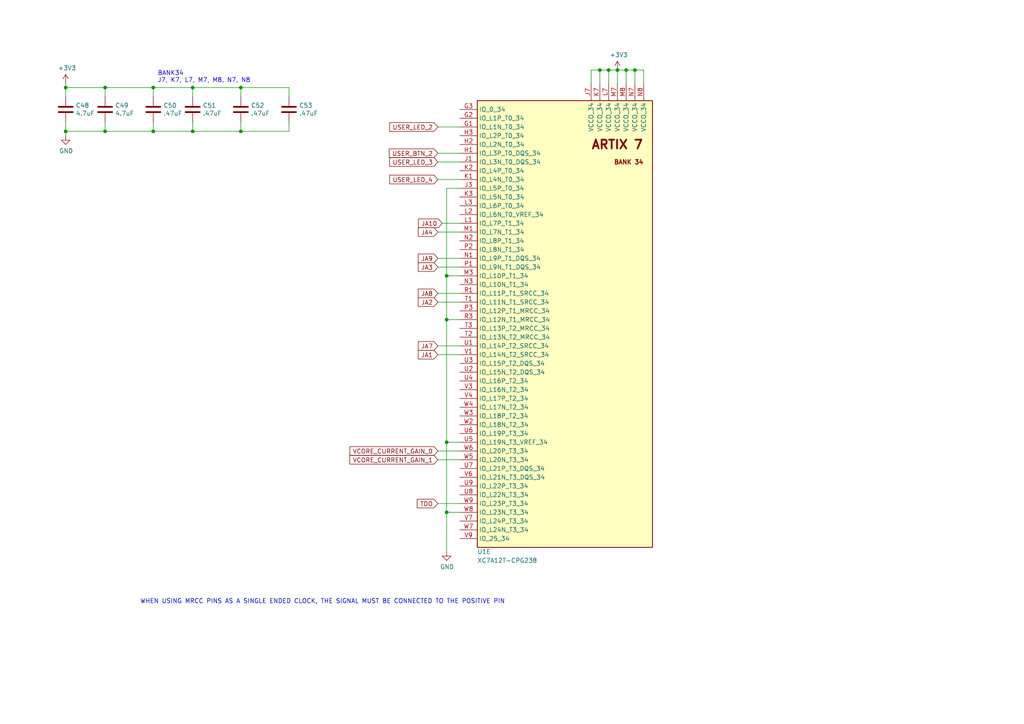
<source format=kicad_sch>
(kicad_sch (version 20211123) (generator eeschema)
  (paper "A4")
  (title_block (title "FOBOS Artix-7 a12t DUT - FPGA Part 2") (rev "1.0") (company "Cryptographic Engineering Research Group") (comment 1 "License: Apache License Version 2.0") (comment 2 "Copyright © Cryptographic Engineering Research Group") (comment 3 "Author: Jens-Peter Kaps, Eddie Ferrufino") (comment 4 "Project: FOBOS Artix-7 a12t DUT"))
  (lib_symbols
    (symbol "Device:C" (pin_numbers hide) (pin_names (offset 0.254))
      (property "Reference" "C" (at 0.635 2.54 0))
      (property "Value" "C" (at 0.635 -2.54 0))
      (symbol "C_0_1"
        (polyline (pts (xy -2.032 -0.762) (xy 2.032 -0.762)) (stroke (width 0.508)))
        (polyline (pts (xy -2.032 0.762) (xy 2.032 0.762)) (stroke (width 0.508)))
      )
      (symbol "C_1_1"
        (pin passive line (at 0 3.81 270) (length 2.794) (name "~") (number "1"))
        (pin passive line (at 0 -3.81 90) (length 2.794) (name "~") (number "2"))
      )
    )
    (symbol "cerg:XC7A12T-CPG238"
      (property "Reference" "U" (at 5.08 7.62 0))
      (property "Value" "XC7A12T-CPG238" (at 5.08 5.08 0))
      (symbol "XC7A12T-CPG238_1_0"
        (text "ARTIX 7" (at 30.48 -10.16 0) (effects (font (size 2.54 2.54) bold)))
        (text "POWER" (at 30.48 -15.24 0) (effects (font (size 1.27 1.27) bold)))
        (pin power_in line (at 0 -31.75 0) (length 5.08) (name "GND") (number "A1"))
        (pin power_in line (at 66.04 -36.83 180) (length 5.08) (name "GND") (number "A19"))
        (pin power_in line (at 66.04 -31.75 180) (length 5.08) (name "GND") (number "A3"))
        (pin power_in line (at 0 -34.29 0) (length 5.08) (name "GND") (number "A5"))
        (pin power_in line (at 66.04 -34.29 180) (length 5.08) (name "GND") (number "A7"))
        (pin power_in line (at 0 -36.83 0) (length 5.08) (name "GND") (number "A9"))
        (pin bidirectional line (at 0 -20.32 0) (length 5.08) (name "MGTAVTT") (number "B1"))
        (pin power_in line (at 0 -44.45 0) (length 5.08) (name "GND") (number "B14"))
        (pin power_in line (at 0 -39.37 0) (length 5.08) (name "GND") (number "B3"))
        (pin power_in line (at 66.04 -39.37 180) (length 5.08) (name "GND") (number "B5"))
        (pin power_in line (at 0 -41.91 0) (length 5.08) (name "GND") (number "B7"))
        (pin power_in line (at 66.04 -41.91 180) (length 5.08) (name "GND") (number "B9"))
        (pin power_in line (at 0 -7.62 0) (length 5.08) (name "MGTAVCC") (number "C1"))
        (pin power_in line (at 66.04 -49.53 180) (length 5.08) (name "GND") (number "C10"))
        (pin power_in line (at 0 -52.07 0) (length 5.08) (name "GND") (number "C19"))
        (pin power_in line (at 66.04 -44.45 180) (length 5.08) (name "GND") (number "C2"))
        (pin power_in line (at 0 -46.99 0) (length 5.08) (name "GND") (number "C3"))
        (pin power_in line (at 66.04 -46.99 180) (length 5.08) (name "GND") (number "C4"))
        (pin bidirectional line (at 0 -22.86 0) (length 5.08) (name "MGTAVTT") (number "C5"))
        (pin power_in line (at 0 -49.53 0) (length 5.08) (name "GND") (number "C6"))
        (pin power_in line (at 66.04 -52.07 180) (length 5.08) (name "GND") (number "D3"))
        (pin power_in line (at 0 -10.16 0) (length 5.08) (name "MGTAVCC") (number "E1"))
        (pin bidirectional line (at 0 -17.78 0) (length 5.08) (name "MGTAVTT") (number "E2"))
        (pin power_in line (at 0 -54.61 0) (length 5.08) (name "GND") (number "E3"))
        (pin power_in line (at 66.04 -54.61 180) (length 5.08) (name "GND") (number "F1"))
        (pin power_in line (at 0 -59.69 0) (length 5.08) (name "GND") (number "F18"))
        (pin power_in line (at 0 -57.15 0) (length 5.08) (name "GND") (number "F2"))
        (pin power_in line (at 66.04 -57.15 180) (length 5.08) (name "GND") (number "F3"))
        (pin power_in line (at 66.04 0 180) (length 5.08) (name "VCCINT") (number "G10"))
        (pin power_in line (at 0 -62.23 0) (length 5.08) (name "GND") (number "G11"))
        (pin bidirectional line (at 0 -25.4 0) (length 5.08) (name "MGTAVTT") (number "G7"))
        (pin power_in line (at 66.04 -59.69 180) (length 5.08) (name "GND") (number "G8"))
        (pin power_in line (at 0 -12.7 0) (length 5.08) (name "MGTAVCC") (number "G9"))
        (pin power_in line (at 66.04 -2.54 180) (length 5.08) (name "VCCINT") (number "H10"))
        (pin power_in line (at 66.04 -64.77 180) (length 5.08) (name "GND") (number "H11"))
        (pin power_in line (at 0 -67.31 0) (length 5.08) (name "GND") (number "H12"))
        (pin power_in line (at 0 0 0) (length 5.08) (name "VCCAUX") (number "H13"))
        (pin power_in line (at 66.04 -62.23 180) (length 5.08) (name "GND") (number "H7"))
        (pin power_in line (at 0 -64.77 0) (length 5.08) (name "GND") (number "H8"))
        (pin power_in line (at 0 -15.24 0) (length 5.08) (name "MGTAVCC") (number "H9"))
        (pin power_in line (at 66.04 -5.08 180) (length 5.08) (name "VCCINT") (number "J10"))
        (pin power_in line (at 0 -72.39 0) (length 5.08) (name "GND") (number "J11"))
        (pin power_in line (at 66.04 -72.39 180) (length 5.08) (name "GND") (number "J12"))
        (pin power_in line (at 0 -2.54 0) (length 5.08) (name "VCCAUX") (number "J13"))
        (pin power_in line (at 0 -74.93 0) (length 5.08) (name "GND") (number "J18"))
        (pin power_in line (at 66.04 -67.31 180) (length 5.08) (name "GND") (number "J2"))
        (pin power_in line (at 0 -69.85 0) (length 5.08) (name "GND") (number "J8"))
        (pin power_in line (at 66.04 -69.85 180) (length 5.08) (name "GND") (number "J9"))
        (pin power_in line (at 66.04 -74.93 180) (length 5.08) (name "GND") (number "K8"))
        (pin power_in line (at 66.04 -7.62 180) (length 5.08) (name "VCCINT") (number "L10"))
        (pin power_in line (at 0 -80.01 0) (length 5.08) (name "GND") (number "L11"))
        (pin power_in line (at 0 -77.47 0) (length 5.08) (name "GND") (number "L8"))
        (pin power_in line (at 66.04 -77.47 180) (length 5.08) (name "GND") (number "L9"))
        (pin power_in line (at 66.04 -10.16 180) (length 5.08) (name "VCCINT") (number "M10"))
        (pin power_in line (at 66.04 -19.05 180) (length 5.08) (name "VCCBRAM") (number "M11"))
        (pin power_in line (at 66.04 -82.55 180) (length 5.08) (name "GND") (number "M18"))
        (pin power_in line (at 66.04 -80.01 180) (length 5.08) (name "GND") (number "M2"))
        (pin power_in line (at 0 -82.55 0) (length 5.08) (name "GND") (number "M9"))
        (pin power_in line (at 66.04 -12.7 180) (length 5.08) (name "VCCINT") (number "N10"))
        (pin power_in line (at 66.04 -16.51 180) (length 5.08) (name "VCCBRAM") (number "N11"))
        (pin power_in line (at 66.04 -85.09 180) (length 5.08) (name "GND") (number "N12"))
        (pin power_in line (at 0 -85.09 0) (length 5.08) (name "GND") (number "N9"))
        (pin power_in line (at 66.04 -87.63 180) (length 5.08) (name "GND") (number "R18"))
        (pin power_in line (at 0 -87.63 0) (length 5.08) (name "GND") (number "R2"))
        (pin power_in line (at 66.04 -92.71 180) (length 5.08) (name "GND") (number "V12"))
        (pin power_in line (at 0 -95.25 0) (length 5.08) (name "GND") (number "V15"))
        (pin power_in line (at 66.04 -95.25 180) (length 5.08) (name "GND") (number "V18"))
        (pin power_in line (at 0 -90.17 0) (length 5.08) (name "GND") (number "V2"))
        (pin power_in line (at 66.04 -90.17 180) (length 5.08) (name "GND") (number "V5"))
        (pin power_in line (at 0 -92.71 0) (length 5.08) (name "GND") (number "V8"))
        (pin power_in line (at 0 -97.79 0) (length 5.08) (name "GND") (number "W1"))
        (pin power_in line (at 66.04 -97.79 180) (length 5.08) (name "GND") (number "W19"))
      )
      (symbol "XC7A12T-CPG238_1_1"
        (rectangle (start 5.08 -100.33) (end 60.96 2.54) (stroke (width 0.254)) (fill (type background)))
      )
      (symbol "XC7A12T-CPG238_2_0"
        (text "ARTIX 7" (at 53.34 -10.16 0) (effects (font (size 2.54 2.54) bold) (justify right)))
        (text "BANK 0" (at 53.34 -15.24 0) (effects (font (size 1.27 1.27) bold) (justify right)))
        (pin bidirectional line (at 0 -50.8 0) (length 5.08) (name "DXP_0") (number "A11"))
        (pin bidirectional line (at 0 -40.64 0) (length 5.08) (name "VP_0") (number "A12"))
        (pin bidirectional line (at 0 -43.18 0) (length 5.08) (name "VREFN_0") (number "A13"))
        (pin bidirectional line (at 0 -48.26 0) (length 5.08) (name "DXN_0") (number "B11"))
        (pin bidirectional line (at 0 -45.72 0) (length 5.08) (name "VREFP_0") (number "B12"))
        (pin bidirectional line (at 0 -38.1 0) (length 5.08) (name "VN_0") (number "B13"))
        (pin bidirectional line (at 0 -2.54 0) (length 5.08) (name "CCLK_0") (number "C11"))
        (pin power_in line (at 45.72 -57.15 90) (length 5.08) (name "GNDADC_0") (number "C12"))
        (pin power_in line (at 45.72 7.62 270) (length 5.08) (name "VCCADC_0") (number "C13"))
        (pin bidirectional line (at 0 -27.94 0) (length 5.08) (name "TCK_0") (number "C8"))
        (pin power_in line (at 48.26 7.62 270) (length 5.08) (name "VCCBATT_0") (number "C9"))
        (pin power_in line (at 50.8 7.62 270) (length 5.08) (name "VCCO_0") (number "G12"))
        (pin bidirectional line (at 0 -12.7 0) (length 5.08) (name "PROGRAM_B_0") (number "U10"))
        (pin bidirectional line (at 0 -7.62 0) (length 5.08) (name "DONE_0") (number "U11"))
        (pin bidirectional line (at 0 -5.08 0) (length 5.08) (name "CFGBVS_0") (number "U12"))
        (pin bidirectional line (at 0 -22.86 0) (length 5.08) (name "M2_0") (number "U13"))
        (pin bidirectional line (at 0 -33.02 0) (length 5.08) (name "TDO_0") (number "V10"))
        (pin power_in line (at 53.34 7.62 270) (length 5.08) (name "VCCO_0") (number "V11"))
        (pin bidirectional line (at 0 -17.78 0) (length 5.08) (name "M0_0") (number "V13"))
        (pin bidirectional line (at 0 -35.56 0) (length 5.08) (name "TMS_0") (number "W10"))
        (pin bidirectional line (at 0 -30.48 0) (length 5.08) (name "TDI_0") (number "W11"))
        (pin bidirectional line (at 0 -10.16 0) (length 5.08) (name "INIT_B_0") (number "W12"))
        (pin bidirectional line (at 0 -20.32 0) (length 5.08) (name "M1_0") (number "W13"))
      )
      (symbol "XC7A12T-CPG238_2_1"
        (rectangle (start 5.08 -52.07) (end 55.88 2.54) (stroke (width 0.254)) (fill (type background)))
      )
      (symbol "XC7A12T-CPG238_3_0"
        (rectangle (start 5.08 2.54) (end 55.88 -127) (stroke (width 0.254)) (fill (type background)))
        (text "ARTIX 7" (at 53.34 -10.16 0) (effects (font (size 2.54 2.54) bold) (justify right)))
        (text "BANK 14" (at 53.34 -15.24 0) (effects (font (size 1.27 1.27) bold) (justify right)))
        (pin bidirectional line (at 0 0 0) (length 5.08) (name "IO_0_14") (number "D17"))
        (pin bidirectional line (at 0 -2.54 0) (length 5.08) (name "IO_L1P_T0_D00_MOSI_14") (number "D18"))
        (pin bidirectional line (at 0 -5.08 0) (length 5.08) (name "IO_L1N_T0_D01_DIN_14") (number "D19"))
        (pin bidirectional line (at 0 -12.7 0) (length 5.08) (name "IO_L3P_T0_DQS_PUDC_B_14") (number "E17"))
        (pin bidirectional line (at 0 -15.24 0) (length 5.08) (name "IO_L3N_T0_DQS_EMCCLK_14") (number "E18"))
        (pin bidirectional line (at 0 -7.62 0) (length 5.08) (name "IO_L2P_T0_D02_14") (number "E19"))
        (pin bidirectional line (at 0 -22.86 0) (length 5.08) (name "IO_L5P_T0_D06_14") (number "F17"))
        (pin bidirectional line (at 0 -10.16 0) (length 5.08) (name "IO_L2N_T0_D03_14") (number "F19"))
        (pin bidirectional line (at 0 -25.4 0) (length 5.08) (name "IO_L5N_T0_D07_14") (number "G17"))
        (pin bidirectional line (at 0 -17.78 0) (length 5.08) (name "IO_L4P_T0_D04_14") (number "G18"))
        (pin bidirectional line (at 0 -27.94 0) (length 5.08) (name "IO_L6P_T0_FCS_B_14") (number "G19"))
        (pin bidirectional line (at 0 -33.02 0) (length 5.08) (name "IO_L7P_T1_D09_14") (number "H17"))
        (pin bidirectional line (at 0 -20.32 0) (length 5.08) (name "IO_L4N_T0_D05_14") (number "H18"))
        (pin bidirectional line (at 0 -30.48 0) (length 5.08) (name "IO_L6N_T0_D08_VREF_14") (number "H19"))
        (pin bidirectional line (at 0 -35.56 0) (length 5.08) (name "IO_L7N_T1_D10_14") (number "J17"))
        (pin bidirectional line (at 0 -38.1 0) (length 5.08) (name "IO_L8P_T1_D11_14") (number "J19"))
        (pin power_in line (at 38.1 7.62 270) (length 5.08) (name "VCCO_14") (number "K12"))
        (pin power_in line (at 40.64 7.62 270) (length 5.08) (name "VCCO_14") (number "K13"))
        (pin bidirectional line (at 0 -58.42 0) (length 5.08) (name "IO_L12P_T1_MRCC_14") (number "K17"))
        (pin bidirectional line (at 0 -53.34 0) (length 5.08) (name "IO_L11P_T1_SRCC_14") (number "K18"))
        (pin bidirectional line (at 0 -40.64 0) (length 5.08) (name "IO_L8N_T1_D12_14") (number "K19"))
        (pin power_in line (at 43.18 7.62 270) (length 5.08) (name "VCCO_14") (number "L12"))
        (pin power_in line (at 45.72 7.62 270) (length 5.08) (name "VCCO_14") (number "L13"))
        (pin bidirectional line (at 0 -60.96 0) (length 5.08) (name "IO_L12N_T1_MRCC_14") (number "L17"))
        (pin bidirectional line (at 0 -55.88 0) (length 5.08) (name "IO_L11N_T1_SRCC_14") (number "L18"))
        (pin bidirectional line (at 0 -43.18 0) (length 5.08) (name "IO_L9P_T1_DQS_14") (number "L19"))
        (pin power_in line (at 48.26 7.62 270) (length 5.08) (name "VCCO_14") (number "M12"))
        (pin power_in line (at 50.8 7.62 270) (length 5.08) (name "VCCO_14") (number "M13"))
        (pin bidirectional line (at 0 -48.26 0) (length 5.08) (name "IO_L10P_T1_D14_14") (number "M17"))
        (pin bidirectional line (at 0 -45.72 0) (length 5.08) (name "IO_L9N_T1_DQS_D13_14") (number "M19"))
        (pin power_in line (at 53.34 7.62 270) (length 5.08) (name "VCCO_14") (number "N13"))
        (pin bidirectional line (at 0 -68.58 0) (length 5.08) (name "IO_L14P_T2_SRCC_14") (number "N17"))
        (pin bidirectional line (at 0 -50.8 0) (length 5.08) (name "IO_L10N_T1_D15_14") (number "N18"))
        (pin bidirectional line (at 0 -63.5 0) (length 5.08) (name "IO_L13P_T2_MRCC_14") (number "N19"))
        (pin bidirectional line (at 0 -83.82 0) (length 5.08) (name "IO_L17P_T2_A14_D30_14") (number "P17"))
        (pin bidirectional line (at 0 -71.12 0) (length 5.08) (name "IO_L14N_T2_SRCC_14") (number "P18"))
        (pin bidirectional line (at 0 -66.04 0) (length 5.08) (name "IO_L13N_T2_MRCC_14") (number "P19"))
        (pin bidirectional line (at 0 -86.36 0) (length 5.08) (name "IO_L17N_T2_A13_D29_14") (number "R17"))
        (pin bidirectional line (at 0 -73.66 0) (length 5.08) (name "IO_L15P_T2_DQS_RDWR_B_14") (number "R19"))
        (pin bidirectional line (at 0 -88.9 0) (length 5.08) (name "IO_L18P_T2_A12_D28_14") (number "T17"))
        (pin bidirectional line (at 0 -91.44 0) (length 5.08) (name "IO_L18N_T2_A11_D27_14") (number "T18"))
        (pin bidirectional line (at 0 -76.2 0) (length 5.08) (name "IO_L15N_T2_DQS_DOUT_CSO_B_14") (number "T19"))
        (pin bidirectional line (at 0 -124.46 0) (length 5.08) (name "IO_25_14") (number "U14"))
        (pin bidirectional line (at 0 -109.22 0) (length 5.08) (name "IO_L22P_T3_A05_D21_14") (number "U15"))
        (pin bidirectional line (at 0 -111.76 0) (length 5.08) (name "IO_L22N_T3_A04_D20_14") (number "U16"))
        (pin bidirectional line (at 0 -93.98 0) (length 5.08) (name "IO_L19P_T3_A10_D26_14") (number "U17"))
        (pin bidirectional line (at 0 -96.52 0) (length 5.08) (name "IO_L19N_T3_A09_D25_VREF_14") (number "U18"))
        (pin bidirectional line (at 0 -78.74 0) (length 5.08) (name "IO_L16P_T2_CSI_B_14") (number "U19"))
        (pin bidirectional line (at 0 -114.3 0) (length 5.08) (name "IO_L23P_T3_A03_D19_14") (number "V14"))
        (pin bidirectional line (at 0 -104.14 0) (length 5.08) (name "IO_L21P_T3_DQS_14") (number "V16"))
        (pin bidirectional line (at 0 -106.68 0) (length 5.08) (name "IO_L21N_T3_DQS_A06_D22_14") (number "V17"))
        (pin bidirectional line (at 0 -81.28 0) (length 5.08) (name "IO_L16N_T2_A15_D31_14") (number "V19"))
        (pin bidirectional line (at 0 -116.84 0) (length 5.08) (name "IO_L23N_T3_A02_D18_14") (number "W14"))
        (pin bidirectional line (at 0 -119.38 0) (length 5.08) (name "IO_L24P_T3_A01_D17_14") (number "W15"))
        (pin bidirectional line (at 0 -121.92 0) (length 5.08) (name "IO_L24N_T3_A00_D16_14") (number "W16"))
        (pin bidirectional line (at 0 -99.06 0) (length 5.08) (name "IO_L20P_T3_A08_D24_14") (number "W17"))
        (pin bidirectional line (at 0 -101.6 0) (length 5.08) (name "IO_L20N_T3_A07_D23_14") (number "W18"))
      )
      (symbol "XC7A12T-CPG238_4_0"
        (rectangle (start 5.08 2.54) (end 55.88 -30.48) (stroke (width 0.254)) (fill (type background)))
        (text "ARTIX 7" (at 53.34 -10.16 0) (effects (font (size 2.54 2.54) bold) (justify right)))
        (text "BANK 15" (at 53.34 -15.24 0) (effects (font (size 1.27 1.27) bold) (justify right)))
        (pin bidirectional line (at 0 -2.54 0) (length 5.08) (name "IO_L10P_T1_AD4P_15") (number "A14"))
        (pin bidirectional line (at 0 -5.08 0) (length 5.08) (name "IO_L10N_T1_AD4N_15") (number "A15"))
        (pin bidirectional line (at 0 -10.16 0) (length 5.08) (name "IO_L11N_T1_SRCC_AD12N_15") (number "A16"))
        (pin bidirectional line (at 0 0 0) (length 5.08) (name "IO_L6N_T0_VREF_15") (number "A17"))
        (pin bidirectional line (at 0 -25.4 0) (length 5.08) (name "IO_L14N_T2_SRCC_15") (number "A18"))
        (pin bidirectional line (at 0 -15.24 0) (length 5.08) (name "IO_L12N_T1_MRCC_AD5N_15") (number "B15"))
        (pin bidirectional line (at 0 -7.62 0) (length 5.08) (name "IO_L11P_T1_SRCC_AD12P_15") (number "B16"))
        (pin bidirectional line (at 0 -20.32 0) (length 5.08) (name "IO_L13N_T2_MRCC_15") (number "B17"))
        (pin bidirectional line (at 0 -22.86 0) (length 5.08) (name "IO_L14P_T2_SRCC_15") (number "B18"))
        (pin power_in line (at 45.72 7.62 270) (length 5.08) (name "VCCO_15") (number "B19"))
        (pin power_in line (at 48.26 7.62 270) (length 5.08) (name "VCCO_15") (number "C14"))
        (pin bidirectional line (at 0 -12.7 0) (length 5.08) (name "IO_L12P_T1_MRCC_AD5P_15") (number "C15"))
        (pin bidirectional line (at 0 -17.78 0) (length 5.08) (name "IO_L13P_T2_MRCC_15") (number "C16"))
        (pin bidirectional line (at 0 -27.94 0) (length 5.08) (name "IO_L19N_T3_A21_VREF_15") (number "C17"))
        (pin power_in line (at 50.8 7.62 270) (length 5.08) (name "VCCO_15") (number "C18"))
        (pin power_in line (at 53.34 7.62 270) (length 5.08) (name "VCCO_15") (number "G13"))
      )
      (symbol "XC7A12T-CPG238_5_0"
        (rectangle (start 5.08 2.54) (end 55.88 -127) (stroke (width 0.254)) (fill (type background)))
        (text "ARTIX 7" (at 53.34 -10.16 0) (effects (font (size 2.54 2.54) bold) (justify right)))
        (text "BANK 34" (at 53.34 -15.24 0) (effects (font (size 1.27 1.27) bold) (justify right)))
        (pin bidirectional line (at 0 -5.08 0) (length 5.08) (name "IO_L1N_T0_34") (number "G1"))
        (pin bidirectional line (at 0 -2.54 0) (length 5.08) (name "IO_L1P_T0_34") (number "G2"))
        (pin bidirectional line (at 0 0 0) (length 5.08) (name "IO_0_34") (number "G3"))
        (pin bidirectional line (at 0 -12.7 0) (length 5.08) (name "IO_L3P_T0_DQS_34") (number "H1"))
        (pin bidirectional line (at 0 -10.16 0) (length 5.08) (name "IO_L2N_T0_34") (number "H2"))
        (pin bidirectional line (at 0 -7.62 0) (length 5.08) (name "IO_L2P_T0_34") (number "H3"))
        (pin bidirectional line (at 0 -15.24 0) (length 5.08) (name "IO_L3N_T0_DQS_34") (number "J1"))
        (pin bidirectional line (at 0 -22.86 0) (length 5.08) (name "IO_L5P_T0_34") (number "J3"))
        (pin power_in line (at 38.1 7.62 270) (length 5.08) (name "VCCO_34") (number "J7"))
        (pin bidirectional line (at 0 -20.32 0) (length 5.08) (name "IO_L4N_T0_34") (number "K1"))
        (pin bidirectional line (at 0 -17.78 0) (length 5.08) (name "IO_L4P_T0_34") (number "K2"))
        (pin bidirectional line (at 0 -25.4 0) (length 5.08) (name "IO_L5N_T0_34") (number "K3"))
        (pin power_in line (at 40.64 7.62 270) (length 5.08) (name "VCCO_34") (number "K7"))
        (pin bidirectional line (at 0 -33.02 0) (length 5.08) (name "IO_L7P_T1_34") (number "L1"))
        (pin bidirectional line (at 0 -30.48 0) (length 5.08) (name "IO_L6N_T0_VREF_34") (number "L2"))
        (pin bidirectional line (at 0 -27.94 0) (length 5.08) (name "IO_L6P_T0_34") (number "L3"))
        (pin power_in line (at 43.18 7.62 270) (length 5.08) (name "VCCO_34") (number "L7"))
        (pin bidirectional line (at 0 -35.56 0) (length 5.08) (name "IO_L7N_T1_34") (number "M1"))
        (pin bidirectional line (at 0 -48.26 0) (length 5.08) (name "IO_L10P_T1_34") (number "M3"))
        (pin power_in line (at 45.72 7.62 270) (length 5.08) (name "VCCO_34") (number "M7"))
        (pin power_in line (at 48.26 7.62 270) (length 5.08) (name "VCCO_34") (number "M8"))
        (pin bidirectional line (at 0 -43.18 0) (length 5.08) (name "IO_L9P_T1_DQS_34") (number "N1"))
        (pin bidirectional line (at 0 -38.1 0) (length 5.08) (name "IO_L8P_T1_34") (number "N2"))
        (pin bidirectional line (at 0 -50.8 0) (length 5.08) (name "IO_L10N_T1_34") (number "N3"))
        (pin power_in line (at 50.8 7.62 270) (length 5.08) (name "VCCO_34") (number "N7"))
        (pin power_in line (at 53.34 7.62 270) (length 5.08) (name "VCCO_34") (number "N8"))
        (pin bidirectional line (at 0 -45.72 0) (length 5.08) (name "IO_L9N_T1_DQS_34") (number "P1"))
        (pin bidirectional line (at 0 -40.64 0) (length 5.08) (name "IO_L8N_T1_34") (number "P2"))
        (pin bidirectional line (at 0 -58.42 0) (length 5.08) (name "IO_L12P_T1_MRCC_34") (number "P3"))
        (pin bidirectional line (at 0 -53.34 0) (length 5.08) (name "IO_L11P_T1_SRCC_34") (number "R1"))
        (pin bidirectional line (at 0 -60.96 0) (length 5.08) (name "IO_L12N_T1_MRCC_34") (number "R3"))
        (pin bidirectional line (at 0 -55.88 0) (length 5.08) (name "IO_L11N_T1_SRCC_34") (number "T1"))
        (pin bidirectional line (at 0 -66.04 0) (length 5.08) (name "IO_L13N_T2_MRCC_34") (number "T2"))
        (pin bidirectional line (at 0 -63.5 0) (length 5.08) (name "IO_L13P_T2_MRCC_34") (number "T3"))
        (pin bidirectional line (at 0 -68.58 0) (length 5.08) (name "IO_L14P_T2_SRCC_34") (number "U1"))
        (pin bidirectional line (at 0 -76.2 0) (length 5.08) (name "IO_L15N_T2_DQS_34") (number "U2"))
        (pin bidirectional line (at 0 -73.66 0) (length 5.08) (name "IO_L15P_T2_DQS_34") (number "U3"))
        (pin bidirectional line (at 0 -78.74 0) (length 5.08) (name "IO_L16P_T2_34") (number "U4"))
        (pin bidirectional line (at 0 -96.52 0) (length 5.08) (name "IO_L19N_T3_VREF_34") (number "U5"))
        (pin bidirectional line (at 0 -93.98 0) (length 5.08) (name "IO_L19P_T3_34") (number "U6"))
        (pin bidirectional line (at 0 -104.14 0) (length 5.08) (name "IO_L21P_T3_DQS_34") (number "U7"))
        (pin bidirectional line (at 0 -111.76 0) (length 5.08) (name "IO_L22N_T3_34") (number "U8"))
        (pin bidirectional line (at 0 -109.22 0) (length 5.08) (name "IO_L22P_T3_34") (number "U9"))
        (pin bidirectional line (at 0 -71.12 0) (length 5.08) (name "IO_L14N_T2_SRCC_34") (number "V1"))
        (pin bidirectional line (at 0 -81.28 0) (length 5.08) (name "IO_L16N_T2_34") (number "V3"))
        (pin bidirectional line (at 0 -83.82 0) (length 5.08) (name "IO_L17P_T2_34") (number "V4"))
        (pin bidirectional line (at 0 -106.68 0) (length 5.08) (name "IO_L21N_T3_DQS_34") (number "V6"))
        (pin bidirectional line (at 0 -119.38 0) (length 5.08) (name "IO_L24P_T3_34") (number "V7"))
        (pin bidirectional line (at 0 -124.46 0) (length 5.08) (name "IO_25_34") (number "V9"))
        (pin bidirectional line (at 0 -91.44 0) (length 5.08) (name "IO_L18N_T2_34") (number "W2"))
        (pin bidirectional line (at 0 -88.9 0) (length 5.08) (name "IO_L18P_T2_34") (number "W3"))
        (pin bidirectional line (at 0 -86.36 0) (length 5.08) (name "IO_L17N_T2_34") (number "W4"))
        (pin bidirectional line (at 0 -101.6 0) (length 5.08) (name "IO_L20N_T3_34") (number "W5"))
        (pin bidirectional line (at 0 -99.06 0) (length 5.08) (name "IO_L20P_T3_34") (number "W6"))
        (pin bidirectional line (at 0 -121.92 0) (length 5.08) (name "IO_L24N_T3_34") (number "W7"))
        (pin bidirectional line (at 0 -116.84 0) (length 5.08) (name "IO_L23N_T3_34") (number "W8"))
        (pin bidirectional line (at 0 -114.3 0) (length 5.08) (name "IO_L23P_T3_34") (number "W9"))
      )
      (symbol "XC7A12T-CPG238_6_0"
        (rectangle (start 5.08 2.54) (end 55.88 -33.02) (stroke (width 0.254)) (fill (type background)))
        (text "ARTIX 7" (at 53.34 -10.16 0) (effects (font (size 2.54 2.54) bold) (justify right)))
        (text "BANK 216" (at 53.34 -15.24 0) (effects (font (size 1.27 1.27) bold) (justify right)))
        (pin bidirectional line (at 0 -25.4 0) (length 5.08) (name "MGTREFCLK1N_216") (number "A10"))
        (pin bidirectional line (at 0 -12.7 0) (length 5.08) (name "MGTPTXN1_216") (number "A2"))
        (pin bidirectional line (at 0 0 0) (length 5.08) (name "MGTPRXN0_216") (number "A4"))
        (pin bidirectional line (at 0 -2.54 0) (length 5.08) (name "MGTPRXN1_216") (number "A6"))
        (pin bidirectional line (at 0 -20.32 0) (length 5.08) (name "MGTREFCLK0N_216") (number "A8"))
        (pin bidirectional line (at 0 -27.94 0) (length 5.08) (name "MGTREFCLK1P_216") (number "B10"))
        (pin bidirectional line (at 0 -17.78 0) (length 5.08) (name "MGTPTXP1_216") (number "B2"))
        (pin bidirectional line (at 0 -5.08 0) (length 5.08) (name "MGTPRXP0_216") (number "B4"))
        (pin bidirectional line (at 0 -7.62 0) (length 5.08) (name "MGTPRXP1_216") (number "B6"))
        (pin bidirectional line (at 0 -22.86 0) (length 5.08) (name "MGTREFCLK0P_216") (number "B8"))
        (pin bidirectional line (at 0 -30.48 0) (length 5.08) (name "MGTRREF_216") (number "C7"))
        (pin bidirectional line (at 0 -10.16 0) (length 5.08) (name "MGTPTXN0_216") (number "D1"))
        (pin bidirectional line (at 0 -15.24 0) (length 5.08) (name "MGTPTXP0_216") (number "D2"))
      )
    )
    (symbol "power:+3V3" (power) (pin_names (offset 0))
      (property "Value" "+3V3" (at 0 3.556 0))
      (symbol "+3V3_0_1"
        (polyline (pts (xy -0.762 1.27) (xy 0 2.54)))
        (polyline (pts (xy 0 0) (xy 0 2.54)))
        (polyline (pts (xy 0 2.54) (xy 0.762 1.27)))
      )
      (symbol "+3V3_1_1"
        (pin power_in line (at 0 0 90) (length 0) hide (name "+3V3") (number "1"))
      )
    )
    (symbol "power:GND" (power) (pin_names (offset 0))
      (property "Value" "GND" (at 0 -3.81 0))
      (symbol "GND_0_1"
        (polyline (pts (xy 0 0) (xy 0 -1.27) (xy 1.27 -1.27) (xy 0 -2.54) (xy -1.27 -1.27) (xy 0 -1.27)))
      )
      (symbol "GND_1_1"
        (pin power_in line (at 0 0 270) (length 0) hide (name "GND") (number "1"))
      )
    )
  )
  (junction (at 44.45 38.1))
  (junction (at 176.53 20.32))
  (junction (at 173.99 20.32))
  (junction (at 179.07 20.32))
  (junction (at 129.54 92.71))
  (junction (at 181.61 20.32))
  (junction (at 129.54 148.59))
  (junction (at 30.48 25.4))
  (junction (at 19.05 38.1))
  (junction (at 44.45 25.4))
  (junction (at 184.15 20.32))
  (junction (at 30.48 38.1))
  (junction (at 55.88 38.1))
  (junction (at 19.05 25.4))
  (junction (at 69.85 38.1))
  (junction (at 129.54 128.27))
  (junction (at 129.54 80.01))
  (junction (at 55.88 25.4))
  (junction (at 69.85 25.4))
  (wire (pts (xy 133.35 80.01) (xy 129.54 80.01)))
  (wire (pts (xy 128.27 64.77) (xy 133.35 64.77)))
  (wire (pts (xy 133.35 87.63) (xy 127 87.63)))
  (wire (pts (xy 127 130.81) (xy 133.35 130.81)))
  (wire (pts (xy 127 85.09) (xy 133.35 85.09)))
  (wire (pts (xy 173.99 24.13) (xy 173.99 20.32)))
  (wire (pts (xy 19.05 39.37) (xy 19.05 38.1)))
  (wire (pts (xy 30.48 35.56) (xy 30.48 38.1)))
  (wire (pts (xy 186.69 20.32) (xy 184.15 20.32)))
  (wire (pts (xy 83.82 25.4) (xy 69.85 25.4)))
  (wire (pts (xy 30.48 38.1) (xy 19.05 38.1)))
  (wire (pts (xy 133.35 146.05) (xy 127 146.05)))
  (wire (pts (xy 69.85 38.1) (xy 55.88 38.1)))
  (wire (pts (xy 44.45 38.1) (xy 30.48 38.1)))
  (wire (pts (xy 186.69 24.13) (xy 186.69 20.32)))
  (wire (pts (xy 171.45 24.13) (xy 171.45 20.32)))
  (wire (pts (xy 19.05 38.1) (xy 19.05 35.56)))
  (wire (pts (xy 129.54 92.71) (xy 129.54 128.27)))
  (wire (pts (xy 173.99 20.32) (xy 176.53 20.32)))
  (wire (pts (xy 127 102.87) (xy 133.35 102.87)))
  (wire (pts (xy 69.85 25.4) (xy 55.88 25.4)))
  (wire (pts (xy 133.35 148.59) (xy 129.54 148.59)))
  (wire (pts (xy 44.45 27.94) (xy 44.45 25.4)))
  (wire (pts (xy 184.15 20.32) (xy 181.61 20.32)))
  (wire (pts (xy 55.88 25.4) (xy 44.45 25.4)))
  (wire (pts (xy 44.45 25.4) (xy 30.48 25.4)))
  (wire (pts (xy 55.88 35.56) (xy 55.88 38.1)))
  (wire (pts (xy 133.35 36.83) (xy 127 36.83)))
  (wire (pts (xy 44.45 35.56) (xy 44.45 38.1)))
  (wire (pts (xy 55.88 27.94) (xy 55.88 25.4)))
  (wire (pts (xy 129.54 148.59) (xy 129.54 160.02)))
  (wire (pts (xy 129.54 80.01) (xy 129.54 92.71)))
  (wire (pts (xy 127 77.47) (xy 133.35 77.47)))
  (wire (pts (xy 129.54 128.27) (xy 129.54 148.59)))
  (wire (pts (xy 133.35 54.61) (xy 129.54 54.61)))
  (wire (pts (xy 171.45 20.32) (xy 173.99 20.32)))
  (wire (pts (xy 83.82 38.1) (xy 69.85 38.1)))
  (wire (pts (xy 179.07 20.32) (xy 179.07 24.13)))
  (wire (pts (xy 19.05 25.4) (xy 19.05 27.94)))
  (wire (pts (xy 30.48 25.4) (xy 19.05 25.4)))
  (wire (pts (xy 181.61 24.13) (xy 181.61 20.32)))
  (wire (pts (xy 133.35 128.27) (xy 129.54 128.27)))
  (wire (pts (xy 69.85 35.56) (xy 69.85 38.1)))
  (wire (pts (xy 181.61 20.32) (xy 179.07 20.32)))
  (wire (pts (xy 83.82 27.94) (xy 83.82 25.4)))
  (wire (pts (xy 19.05 24.13) (xy 19.05 25.4)))
  (wire (pts (xy 30.48 27.94) (xy 30.48 25.4)))
  (wire (pts (xy 127 74.93) (xy 133.35 74.93)))
  (wire (pts (xy 127 133.35) (xy 133.35 133.35)))
  (wire (pts (xy 83.82 35.56) (xy 83.82 38.1)))
  (wire (pts (xy 69.85 27.94) (xy 69.85 25.4)))
  (wire (pts (xy 133.35 92.71) (xy 129.54 92.71)))
  (wire (pts (xy 184.15 24.13) (xy 184.15 20.32)))
  (wire (pts (xy 133.35 46.99) (xy 127 46.99)))
  (wire (pts (xy 55.88 38.1) (xy 44.45 38.1)))
  (wire (pts (xy 133.35 52.07) (xy 127 52.07)))
  (wire (pts (xy 176.53 24.13) (xy 176.53 20.32)))
  (wire (pts (xy 133.35 100.33) (xy 127 100.33)))
  (wire (pts (xy 176.53 20.32) (xy 179.07 20.32)))
  (wire (pts (xy 127 67.31) (xy 133.35 67.31)))
  (wire (pts (xy 129.54 54.61) (xy 129.54 80.01)))
  (wire (pts (xy 133.35 44.45) (xy 127 44.45)))
  (text "BANK34\nJ7, K7, L7, M7, M8, N7, N8" (at 45.72 24.13 0) (effects (font (size 1.27 1.27)) (justify left bottom)))
  (text "WHEN USING MRCC PINS AS A SINGLE ENDED CLOCK, THE SIGNAL MUST BE CONNECTED TO THE POSITIVE PIN" (at 40.64 175.26 0) (effects (font (size 1.27 1.27)) (justify left bottom)))
  (global_label "JA3" (shape input) (at 127 77.47 180) (property "Intersheet References" "${INTERSHEET_REFS}" (effects hide)))
  (global_label "TDO" (shape input) (at 127 146.05 180) (property "Intersheet References" "${INTERSHEET_REFS}" (effects hide)))
  (global_label "JA4" (shape input) (at 127 67.31 180) (property "Intersheet References" "${INTERSHEET_REFS}" (effects hide)))
  (global_label "USER_LED_4" (shape input) (at 127 52.07 180) (property "Intersheet References" "${INTERSHEET_REFS}" (effects hide)))
  (global_label "JA9" (shape input) (at 127 74.93 180) (property "Intersheet References" "${INTERSHEET_REFS}" (effects hide)))
  (global_label "JA8" (shape input) (at 127 85.09 180) (property "Intersheet References" "${INTERSHEET_REFS}" (effects hide)))
  (global_label "USER_LED_2" (shape input) (at 127 36.83 180) (property "Intersheet References" "${INTERSHEET_REFS}" (effects hide)))
  (global_label "JA2" (shape input) (at 127 87.63 180) (property "Intersheet References" "${INTERSHEET_REFS}" (effects hide)))
  (global_label "JA7" (shape input) (at 127 100.33 180) (property "Intersheet References" "${INTERSHEET_REFS}" (effects hide)))
  (global_label "USER_BTN_2" (shape input) (at 127 44.45 180) (property "Intersheet References" "${INTERSHEET_REFS}" (effects hide)))
  (global_label "VCORE_CURRENT_GAIN_0" (shape input) (at 127 130.81 180) (property "Intersheet References" "${INTERSHEET_REFS}" (effects hide)))
  (global_label "USER_LED_3" (shape input) (at 127 46.99 180) (property "Intersheet References" "${INTERSHEET_REFS}" (effects hide)))
  (global_label "VCORE_CURRENT_GAIN_1" (shape input) (at 127 133.35 180) (property "Intersheet References" "${INTERSHEET_REFS}" (effects hide)))
  (global_label "JA10" (shape input) (at 128.27 64.77 180) (property "Intersheet References" "${INTERSHEET_REFS}" (effects hide)))
  (global_label "JA1" (shape input) (at 127 102.87 180) (property "Intersheet References" "${INTERSHEET_REFS}" (effects hide)))
  (symbol (lib_id "power:+3V3") (at 179.07 20.32 0) (unit 1)
    (property "Reference" "#PWR0149" (effects hide))
    (property "Value" "+3V3" (at 179.451 15.9258 0))
  )
  (symbol (lib_id "cerg:XC7A12T-CPG238") (at 133.35 31.75 0) (unit 5)
    (property "Reference" "U1" (at 138.43 160.02 0) (effects (justify left)))
    (property "Value" "XC7A12T-CPG238" (at 138.43 162.56 0) (effects (justify left)))
    (property "Footprint" "Package_BGA:Xilinx_CPG238" (effects hide))
  )
  (symbol (lib_id "Device:C") (at 19.05 31.75 0) (unit 1)
    (property "Reference" "C48" (at 21.971 30.5816 0) (effects (justify left)))
    (property "Value" "4.7uF" (at 21.971 32.893 0) (effects (justify left)))
    (property "Footprint" "Capacitor_SMD:C_0402_1005Metric_Pad0.74x0.62mm_HandSolder" (effects hide))
    (property "Description" "CAP CER 4.7UF 6.3V X5R 0402" (effects hide))
    (property "MPN" "GRM155R60J475ME87J" (effects hide))
    (property "Manufacturer" "Murata Electronics" (effects hide))
  )
  (symbol (lib_id "Device:C") (at 30.48 31.75 0) (unit 1)
    (property "Reference" "C49" (at 33.401 30.5816 0) (effects (justify left)))
    (property "Value" "4.7uF" (at 33.401 32.893 0) (effects (justify left)))
    (property "Footprint" "Capacitor_SMD:C_0402_1005Metric_Pad0.74x0.62mm_HandSolder" (effects hide))
    (property "Description" "CAP CER 4.7UF 6.3V X5R 0402" (effects hide))
    (property "MPN" "GRM155R60J475ME87J" (effects hide))
    (property "Manufacturer" "Murata Electronics" (effects hide))
  )
  (symbol (lib_id "Device:C") (at 44.45 31.75 0) (unit 1)
    (property "Reference" "C50" (at 47.371 30.5816 0) (effects (justify left)))
    (property "Value" ".47uF" (at 47.371 32.893 0) (effects (justify left)))
    (property "Footprint" "Capacitor_SMD:C_0402_1005Metric_Pad0.74x0.62mm_HandSolder" (effects hide))
    (property "Description" "CAP CER 0.47UF 6.3V X5R 0402" (effects hide))
    (property "MPN" "C0402C474K9PACTU" (effects hide))
    (property "Manufacturer" "KEMET" (effects hide))
  )
  (symbol (lib_id "Device:C") (at 55.88 31.75 0) (unit 1)
    (property "Reference" "C51" (at 58.801 30.5816 0) (effects (justify left)))
    (property "Value" ".47uF" (at 58.801 32.893 0) (effects (justify left)))
    (property "Footprint" "Capacitor_SMD:C_0402_1005Metric_Pad0.74x0.62mm_HandSolder" (effects hide))
    (property "Description" "CAP CER 0.47UF 6.3V X5R 0402" (effects hide))
    (property "MPN" "C0402C474K9PACTU" (effects hide))
    (property "Manufacturer" "KEMET" (effects hide))
  )
  (symbol (lib_id "Device:C") (at 69.85 31.75 0) (unit 1)
    (property "Reference" "C52" (at 72.771 30.5816 0) (effects (justify left)))
    (property "Value" ".47uF" (at 72.771 32.893 0) (effects (justify left)))
    (property "Footprint" "Capacitor_SMD:C_0402_1005Metric_Pad0.74x0.62mm_HandSolder" (effects hide))
    (property "Description" "CAP CER 0.47UF 6.3V X5R 0402" (effects hide))
    (property "MPN" "C0402C474K9PACTU" (effects hide))
    (property "Manufacturer" "KEMET" (effects hide))
  )
  (symbol (lib_id "Device:C") (at 83.82 31.75 0) (unit 1)
    (property "Reference" "C53" (at 86.741 30.5816 0) (effects (justify left)))
    (property "Value" ".47uF" (at 86.741 32.893 0) (effects (justify left)))
    (property "Footprint" "Capacitor_SMD:C_0402_1005Metric_Pad0.74x0.62mm_HandSolder" (effects hide))
    (property "Description" "CAP CER 0.47UF 6.3V X5R 0402" (effects hide))
    (property "MPN" "C0402C474K9PACTU" (effects hide))
    (property "Manufacturer" "KEMET" (effects hide))
  )
  (symbol (lib_id "power:GND") (at 19.05 39.37 0) (unit 1)
    (property "Reference" "#PWR055" (effects hide))
    (property "Value" "GND" (at 19.177 43.7642 0))
  )
  (symbol (lib_id "power:+3V3") (at 19.05 24.13 0) (unit 1)
    (property "Reference" "#PWR054" (effects hide))
    (property "Value" "+3V3" (at 19.431 19.7358 0))
  )
  (symbol (lib_id "power:GND") (at 129.54 160.02 0) (unit 1)
    (property "Reference" "#PWR0135" (effects hide))
    (property "Value" "GND" (at 129.667 164.4142 0))
  )
)
</source>
